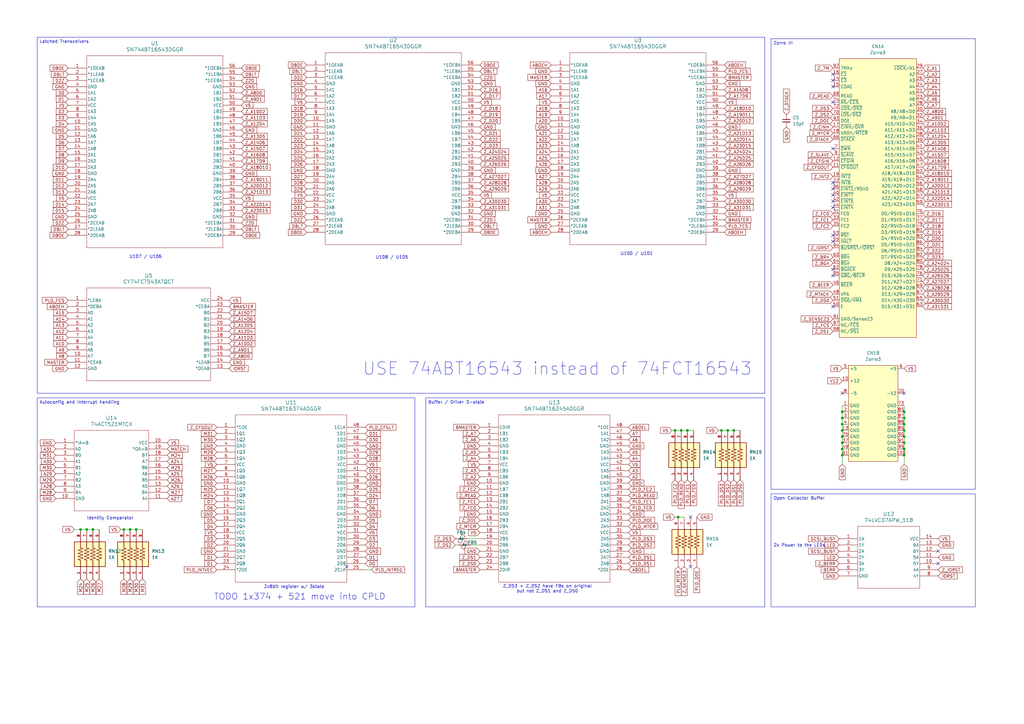
<source format=kicad_sch>
(kicad_sch (version 20250114) (generator "eeschema") (generator_version "9.0")
  (paper "A3")
  (text "USE 74ABT16543 instead of 74FCT16543" (at 228.6 151.384 0) (effects (font (size 5.08 5.08))))
  (text "Z_DS3 + Z_DS2 have FBs on original\nbut not Z_DS1 and Z_DS0" (at 224.536 241.554 0) (effects (font (size 1.27 1.27))))
  (text "TODO 1x374 + 521 move into CPLD" (at 122.936 244.856 0) (effects (font (size 2.54 2.54))))
  (text "U100 / U101\n" (at 261.112 104.14 0) (effects (font (size 1.27 1.27))))
  (text "Identity Comparator" (at 45.212 212.598 0) (effects (font (size 1.27 1.27))))
  (text "U107 / U106" (at 59.69 105.41 0) (effects (font (size 1.27 1.27))))
  (text "2x Power to the LEDs." (at 328.168 223.774 0) (effects (font (size 1.27 1.27))))
  (text "U108 / U105\n" (at 160.782 105.664 0) (effects (font (size 1.27 1.27))))
  (text "2x8bit register w/ 3state\n" (at 120.65 240.792 0) (effects (font (size 1.27 1.27))))
  (text_box "Buffer / Driver 3-state\n" (at 174.625 163.195 0) (size 139.065 85.725) (margins 0.9525 0.9525 0.9525 0.9525) (effects (font (size 1.27 1.27)) (justify left top)))
  (text_box "Latched Transceivers" (at 15.24 15.24 0) (size 298.45 146.05) (margins 0.9525 0.9525 0.9525 0.9525) (effects (font (size 1.27 1.27)) (justify left top)))
  (text_box "Open Collector Buffer\n" (at 316.23 202.565 0) (size 83.82 46.355) (margins 0.9525 0.9525 0.9525 0.9525) (effects (font (size 1.27 1.27)) (justify left top)))
  (text_box "Autoconfig and Interrupt handling" (at 15.24 163.195 0) (size 154.94 85.725) (margins 0.9525 0.9525 0.9525 0.9525) (effects (font (size 1.27 1.27)) (justify left top)))
  (text_box "Zorro III" (at 316.23 15.875 0) (size 83.82 184.785) (margins 0.9525 0.9525 0.9525 0.9525) (effects (font (size 1.27 1.27)) (justify left top)))
  (junction (at 345.44 186.69))
  (junction (at 281.94 176.53))
  (junction (at 278.13 212.09))
  (junction (at 345.44 179.07))
  (junction (at 300.99 176.53))
  (junction (at 53.34 217.17))
  (junction (at 295.91 176.53))
  (junction (at 33.02 217.17))
  (junction (at 370.84 179.07))
  (junction (at 55.88 217.17))
  (junction (at 370.84 168.91))
  (junction (at 276.86 176.53))
  (junction (at 35.56 217.17))
  (junction (at 370.84 186.69))
  (junction (at 370.84 176.53))
  (junction (at 345.44 171.45))
  (junction (at 345.44 173.99))
  (junction (at 345.44 184.15))
  (junction (at 370.84 173.99))
  (junction (at 345.44 176.53))
  (junction (at 370.84 181.61))
  (junction (at 38.1 217.17))
  (junction (at 345.44 168.91))
  (junction (at 370.84 171.45))
  (junction (at 298.45 176.53))
  (junction (at 279.4 176.53))
  (junction (at 345.44 181.61))
  (junction (at 50.8 217.17))
  (junction (at 370.84 184.15))
  (no_connect (at 341.63 80.01))
  (no_connect (at 370.84 161.29))
  (no_connect (at 341.63 60.96))
  (no_connect (at 384.81 231.14))
  (no_connect (at 341.63 85.09))
  (no_connect (at 341.63 35.56))
  (no_connect (at 341.63 41.91))
  (no_connect (at 341.63 96.52))
  (no_connect (at 341.63 74.93))
  (no_connect (at 341.63 125.73))
  (no_connect (at 142.24 232.41))
  (no_connect (at 341.63 33.02))
  (no_connect (at 384.81 226.06))
  (no_connect (at 341.63 99.06))
  (no_connect (at 283.21 212.09))
  (no_connect (at 283.21 232.41))
  (no_connect (at 341.63 77.47))
  (no_connect (at 341.63 30.48))
  (no_connect (at 341.63 110.49))
  (no_connect (at 341.63 82.55))
  (no_connect (at 345.44 161.29))
  (no_connect (at 341.63 113.03))
  (wire (pts (xy 345.44 171.45) (xy 345.44 173.99)))
  (wire (pts (xy 370.84 186.69) (xy 370.84 190.5)))
  (wire (pts (xy 345.44 184.15) (xy 345.44 186.69)))
  (wire (pts (xy 55.88 217.17) (xy 58.42 217.17)))
  (wire (pts (xy 276.86 176.53) (xy 279.4 176.53)))
  (wire (pts (xy 370.84 184.15) (xy 370.84 186.69)))
  (wire (pts (xy 345.44 176.53) (xy 345.44 179.07)))
  (wire (pts (xy 279.4 176.53) (xy 281.94 176.53)))
  (wire (pts (xy 295.91 176.53) (xy 298.45 176.53)))
  (wire (pts (xy 275.59 176.53) (xy 276.86 176.53)))
  (wire (pts (xy 370.84 166.37) (xy 370.84 168.91)))
  (wire (pts (xy 38.1 217.17) (xy 40.64 217.17)))
  (wire (pts (xy 50.8 217.17) (xy 53.34 217.17)))
  (wire (pts (xy 281.94 176.53) (xy 284.48 176.53)))
  (wire (pts (xy 345.44 173.99) (xy 345.44 176.53)))
  (wire (pts (xy 370.84 173.99) (xy 370.84 176.53)))
  (wire (pts (xy 33.02 217.17) (xy 35.56 217.17)))
  (wire (pts (xy 345.44 179.07) (xy 345.44 181.61)))
  (wire (pts (xy 298.45 176.53) (xy 300.99 176.53)))
  (wire (pts (xy 276.86 212.09) (xy 278.13 212.09)))
  (wire (pts (xy 300.99 176.53) (xy 303.53 176.53)))
  (wire (pts (xy 370.84 176.53) (xy 370.84 179.07)))
  (wire (pts (xy 370.84 171.45) (xy 370.84 173.99)))
  (wire (pts (xy 345.44 186.69) (xy 345.44 190.5)))
  (wire (pts (xy 149.86 233.68) (xy 152.4 233.68)))
  (wire (pts (xy 193.04 223.52) (xy 196.85 223.52)))
  (wire (pts (xy 35.56 217.17) (xy 38.1 217.17)))
  (wire (pts (xy 49.53 217.17) (xy 50.8 217.17)))
  (wire (pts (xy 186.69 223.52) (xy 187.96 223.52)))
  (wire (pts (xy 345.44 168.91) (xy 345.44 171.45)))
  (wire (pts (xy 370.84 179.07) (xy 370.84 181.61)))
  (wire (pts (xy 370.84 181.61) (xy 370.84 184.15)))
  (wire (pts (xy 30.48 217.17) (xy 33.02 217.17)))
  (wire (pts (xy 294.64 176.53) (xy 295.91 176.53)))
  (wire (pts (xy 345.44 181.61) (xy 345.44 184.15)))
  (wire (pts (xy 370.84 168.91) (xy 370.84 171.45)))
  (wire (pts (xy 278.13 212.09) (xy 280.67 212.09)))
  (wire (pts (xy 191.77 220.98) (xy 196.85 220.98)))
  (wire (pts (xy 345.44 166.37) (xy 345.44 168.91)))
  (wire (pts (xy 53.34 217.17) (xy 55.88 217.17)))
  (global_label "M30" (shape input) (at 55.88 237.49 270) (property "Intersheetrefs" "${INTERSHEET_REFS}" (effects (hide yes))))
  (global_label "D7" (shape input) (at 27.94 60.96 180) (property "Intersheetrefs" "${INTERSHEET_REFS}" (effects (hide yes))))
  (global_label "Z_DOE" (shape input) (at 341.63 49.53 180) (property "Intersheetrefs" "${INTERSHEET_REFS}" (effects (hide yes))))
  (global_label "Z_A11D3" (shape input) (at 93.98 138.43 0) (property "Intersheetrefs" "${INTERSHEET_REFS}" (effects (hide yes))))
  (global_label "ABOEH" (shape input) (at 297.18 26.67 0) (property "Intersheetrefs" "${INTERSHEET_REFS}" (effects (hide yes))))
  (global_label "Z_A21D13" (shape input) (at 378.46 78.74 0) (property "Intersheetrefs" "${INTERSHEET_REFS}" (effects (hide yes))))
  (global_label "M25" (shape input) (at 35.56 237.49 270) (property "Intersheetrefs" "${INTERSHEET_REFS}" (effects (hide yes))))
  (global_label "D23" (shape input) (at 125.73 59.69 180) (property "Intersheetrefs" "${INTERSHEET_REFS}" (effects (hide yes))))
  (global_label "M28" (shape input) (at 88.9 187.96 180) (property "Intersheetrefs" "${INTERSHEET_REFS}" (effects (hide yes))))
  (global_label "D20" (shape input) (at 125.73 49.53 180) (property "Intersheetrefs" "${INTERSHEET_REFS}" (effects (hide yes))))
  (global_label "PLD_DS2" (shape input) (at 257.81 223.52 0) (property "Intersheetrefs" "${INTERSHEET_REFS}" (effects (hide yes))))
  (global_label "GND" (shape input) (at 384.81 228.6 0) (property "Intersheetrefs" "${INTERSHEET_REFS}" (effects (hide yes))))
  (global_label "Z_A18D10" (shape input) (at 99.06 68.58 0) (property "Intersheetrefs" "${INTERSHEET_REFS}" (effects (hide yes))))
  (global_label "D7" (shape input) (at 149.86 205.74 0) (property "Intersheetrefs" "${INTERSHEET_REFS}" (effects (hide yes))))
  (global_label "V5" (shape input) (at 49.53 217.17 180) (property "Intersheetrefs" "${INTERSHEET_REFS}" (effects (hide yes))))
  (global_label "Z_A30D30" (shape input) (at 378.46 123.19 0) (property "Intersheetrefs" "${INTERSHEET_REFS}" (effects (hide yes))))
  (global_label "GND" (shape input) (at 196.85 87.63 0) (property "Intersheetrefs" "${INTERSHEET_REFS}" (effects (hide yes))))
  (global_label "PLD_DS1" (shape input) (at 257.81 228.6 0) (property "Intersheetrefs" "${INTERSHEET_REFS}" (effects (hide yes))))
  (global_label "D1" (shape input) (at 88.9 228.6 180) (property "Intersheetrefs" "${INTERSHEET_REFS}" (effects (hide yes))))
  (global_label "M31" (shape input) (at 58.42 237.49 270) (property "Intersheetrefs" "${INTERSHEET_REFS}" (effects (hide yes))))
  (global_label "MASTER" (shape input) (at 226.06 31.75 180) (property "Intersheetrefs" "${INTERSHEET_REFS}" (effects (hide yes))))
  (global_label "Z2D" (shape input) (at 196.85 31.75 0) (property "Intersheetrefs" "${INTERSHEET_REFS}" (effects (hide yes))))
  (global_label "Z_A8D0" (shape input) (at 93.98 146.05 0) (property "Intersheetrefs" "${INTERSHEET_REFS}" (effects (hide yes))))
  (global_label "V5" (shape input) (at 27.94 43.18 180) (property "Intersheetrefs" "${INTERSHEET_REFS}" (effects (hide yes))))
  (global_label "D10" (shape input) (at 27.94 68.58 180) (property "Intersheetrefs" "${INTERSHEET_REFS}" (effects (hide yes))))
  (global_label "GND" (shape input) (at 226.06 29.21 180) (property "Intersheetrefs" "${INTERSHEET_REFS}" (effects (hide yes))))
  (global_label "Z_D23" (shape input) (at 196.85 59.69 0) (property "Intersheetrefs" "${INTERSHEET_REFS}" (effects (hide yes))))
  (global_label "LED" (shape input) (at 344.17 223.52 180) (property "Intersheetrefs" "${INTERSHEET_REFS}" (effects (hide yes))))
  (global_label "D24" (shape input) (at 125.73 62.23 180) (property "Intersheetrefs" "${INTERSHEET_REFS}" (effects (hide yes))))
  (global_label "GND" (shape input) (at 297.18 52.07 0) (property "Intersheetrefs" "${INTERSHEET_REFS}" (effects (hide yes))))
  (global_label "Z_A22D14" (shape input) (at 378.46 81.28 0) (property "Intersheetrefs" "${INTERSHEET_REFS}" (effects (hide yes))))
  (global_label "D27" (shape input) (at 125.73 72.39 180) (property "Intersheetrefs" "${INTERSHEET_REFS}" (effects (hide yes))))
  (global_label "PLD_FC1" (shape input) (at 257.81 205.74 0) (property "Intersheetrefs" "${INTERSHEET_REFS}" (effects (hide yes))))
  (global_label "A25" (shape input) (at 68.58 194.31 0) (property "Intersheetrefs" "${INTERSHEET_REFS}" (effects (hide yes))))
  (global_label "Z_A19D11" (shape input) (at 297.18 46.99 0) (property "Intersheetrefs" "${INTERSHEET_REFS}" (effects (hide yes))))
  (global_label "D12" (shape input) (at 27.94 76.2 180) (property "Intersheetrefs" "${INTERSHEET_REFS}" (effects (hide yes))))
  (global_label "D31" (shape input) (at 149.86 177.8 0) (property "Intersheetrefs" "${INTERSHEET_REFS}" (effects (hide yes))))
  (global_label "V5" (shape input) (at 196.85 190.5 180) (property "Intersheetrefs" "${INTERSHEET_REFS}" (effects (hide yes))))
  (global_label "A27" (shape input) (at 68.58 204.47 0) (property "Intersheetrefs" "${INTERSHEET_REFS}" (effects (hide yes))))
  (global_label "Z_A26D26" (shape input) (at 297.18 67.31 0) (property "Intersheetrefs" "${INTERSHEET_REFS}" (effects (hide yes))))
  (global_label "D1" (shape input) (at 149.86 228.6 0) (property "Intersheetrefs" "${INTERSHEET_REFS}" (effects (hide yes))))
  (global_label "V5" (shape input) (at 345.44 151.13 180) (property "Intersheetrefs" "${INTERSHEET_REFS}" (effects (hide yes))))
  (global_label "V5" (shape input) (at 149.86 218.44 0) (property "Intersheetrefs" "${INTERSHEET_REFS}" (effects (hide yes))))
  (global_label "D29" (shape input) (at 149.86 185.42 0) (property "Intersheetrefs" "${INTERSHEET_REFS}" (effects (hide yes))))
  (global_label "Z_CINH" (shape input) (at 341.63 52.07 180) (property "Intersheetrefs" "${INTERSHEET_REFS}" (effects (hide yes))))
  (global_label "DBOE" (shape input) (at 99.06 27.94 0) (property "Intersheetrefs" "${INTERSHEET_REFS}" (effects (hide yes))))
  (global_label "Z_A17D9" (shape input) (at 297.18 39.37 0) (property "Intersheetrefs" "${INTERSHEET_REFS}" (effects (hide yes))))
  (global_label "Z_A30D30" (shape input) (at 196.85 82.55 0) (property "Intersheetrefs" "${INTERSHEET_REFS}" (effects (hide yes))))
  (global_label "Z_A18D10" (shape input) (at 297.18 44.45 0) (property "Intersheetrefs" "${INTERSHEET_REFS}" (effects (hide yes))))
  (global_label "PLD_MTCR" (shape input) (at 278.13 232.41 270) (property "Intersheetrefs" "${INTERSHEET_REFS}" (effects (hide yes))))
  (global_label "Z_MTCR" (shape input) (at 341.63 54.61 180) (property "Intersheetrefs" "${INTERSHEET_REFS}" (effects (hide yes))))
  (global_label "A20" (shape input) (at 226.06 49.53 180) (property "Intersheetrefs" "${INTERSHEET_REFS}" (effects (hide yes))))
  (global_label "Z_D22" (shape input) (at 378.46 102.87 0) (property "Intersheetrefs" "${INTERSHEET_REFS}" (effects (hide yes))))
  (global_label "DBLT" (shape input) (at 99.06 30.48 0) (property "Intersheetrefs" "${INTERSHEET_REFS}" (effects (hide yes))))
  (global_label "V5" (shape input) (at 99.06 43.18 0) (property "Intersheetrefs" "${INTERSHEET_REFS}" (effects (hide yes))))
  (global_label "GND" (shape input) (at 27.94 53.34 180) (property "Intersheetrefs" "${INTERSHEET_REFS}" (effects (hide yes))))
  (global_label "DBOE" (shape input) (at 196.85 26.67 0) (property "Intersheetrefs" "${INTERSHEET_REFS}" (effects (hide yes))))
  (global_label "Z_A28D28" (shape input) (at 378.46 118.11 0) (property "Intersheetrefs" "${INTERSHEET_REFS}" (effects (hide yes))))
  (global_label "Z_A13D5" (shape input) (at 93.98 133.35 0) (property "Intersheetrefs" "${INTERSHEET_REFS}" (effects (hide yes))))
  (global_label "Z_D16" (shape input) (at 196.85 36.83 0) (property "Intersheetrefs" "${INTERSHEET_REFS}" (effects (hide yes))))
  (global_label "Z_A6" (shape input) (at 196.85 180.34 180) (property "Intersheetrefs" "${INTERSHEET_REFS}" (effects (hide yes))))
  (global_label "M29" (shape input) (at 53.34 237.49 270) (property "Intersheetrefs" "${INTERSHEET_REFS}" (effects (hide yes))))
  (global_label "Z_FC2" (shape input) (at 341.63 92.71 180) (property "Intersheetrefs" "${INTERSHEET_REFS}" (effects (hide yes))))
  (global_label "Z_A2" (shape input) (at 196.85 195.58 180) (property "Intersheetrefs" "${INTERSHEET_REFS}" (effects (hide yes))))
  (global_label "A24" (shape input) (at 226.06 62.23 180) (property "Intersheetrefs" "${INTERSHEET_REFS}" (effects (hide yes))))
  (global_label "D30" (shape input) (at 125.73 82.55 180) (property "Intersheetrefs" "${INTERSHEET_REFS}" (effects (hide yes))))
  (global_label "Z_A24D24" (shape input) (at 297.18 62.23 0) (property "Intersheetrefs" "${INTERSHEET_REFS}" (effects (hide yes))))
  (global_label "Z_A15D7" (shape input) (at 93.98 128.27 0) (property "Intersheetrefs" "${INTERSHEET_REFS}" (effects (hide yes))))
  (global_label "Z_MTACK" (shape input) (at 341.63 120.65 180) (property "Intersheetrefs" "${INTERSHEET_REFS}" (effects (hide yes))))
  (global_label "A16" (shape input) (at 226.06 36.83 180) (property "Intersheetrefs" "${INTERSHEET_REFS}" (effects (hide yes))))
  (global_label "MASTER" (shape input) (at 27.94 148.59 180) (property "Intersheetrefs" "${INTERSHEET_REFS}" (effects (hide yes))))
  (global_label "Z_D22" (shape input) (at 196.85 57.15 0) (property "Intersheetrefs" "${INTERSHEET_REFS}" (effects (hide yes))))
  (global_label "GND" (shape input) (at 22.86 204.47 180) (property "Intersheetrefs" "${INTERSHEET_REFS}" (effects (hide yes))))
  (global_label "Z_A22D14" (shape input) (at 297.18 57.15 0) (property "Intersheetrefs" "${INTERSHEET_REFS}" (effects (hide yes))))
  (global_label "Z_DS2" (shape input) (at 186.69 223.52 180) (property "Intersheetrefs" "${INTERSHEET_REFS}" (effects (hide yes))))
  (global_label "V5" (shape input) (at 68.58 181.61 0) (property "Intersheetrefs" "${INTERSHEET_REFS}" (effects (hide yes))))
  (global_label "M29" (shape input) (at 22.86 196.85 180) (property "Intersheetrefs" "${INTERSHEET_REFS}" (effects (hide yes))))
  (global_label "D24" (shape input) (at 149.86 203.2 0) (property "Intersheetrefs" "${INTERSHEET_REFS}" (effects (hide yes))))
  (global_label "PLD_READ" (shape input) (at 279.4 196.85 270) (property "Intersheetrefs" "${INTERSHEET_REFS}" (effects (hide yes))))
  (global_label "PLD_DS0" (shape input) (at 303.53 196.85 270) (property "Intersheetrefs" "${INTERSHEET_REFS}" (effects (hide yes))))
  (global_label "Z_CFGIN" (shape input) (at 341.63 66.04 180) (property "Intersheetrefs" "${INTERSHEET_REFS}" (effects (hide yes))))
  (global_label "Z_D20" (shape input) (at 378.46 97.79 0) (property "Intersheetrefs" "${INTERSHEET_REFS}" (effects (hide yes))))
  (global_label "D17" (shape input) (at 125.73 39.37 180) (property "Intersheetrefs" "${INTERSHEET_REFS}" (effects (hide yes))))
  (global_label "Z_D18" (shape input) (at 378.46 92.71 0) (property "Intersheetrefs" "${INTERSHEET_REFS}" (effects (hide yes))))
  (global_label "GND" (shape input) (at 149.86 198.12 0) (property "Intersheetrefs" "${INTERSHEET_REFS}" (effects (hide yes))))
  (global_label "GND" (shape input) (at 22.86 181.61 180) (property "Intersheetrefs" "${INTERSHEET_REFS}" (effects (hide yes))))
  (global_label "DBLT" (shape input) (at 99.06 93.98 0) (property "Intersheetrefs" "${INTERSHEET_REFS}" (effects (hide yes))))
  (global_label "A12" (shape input) (at 27.94 135.89 180) (property "Intersheetrefs" "${INTERSHEET_REFS}" (effects (hide yes))))
  (global_label "GND" (shape input) (at 125.73 34.29 180) (property "Intersheetrefs" "${INTERSHEET_REFS}" (effects (hide yes))))
  (global_label "Z_READ" (shape input) (at 341.63 39.37 180) (property "Intersheetrefs" "${INTERSHEET_REFS}" (effects (hide yes))))
  (global_label "Z_A3" (shape input) (at 378.46 33.02 0) (property "Intersheetrefs" "${INTERSHEET_REFS}" (effects (hide yes))))
  (global_label "BMASTER" (shape input) (at 297.18 90.17 0) (property "Intersheetrefs" "${INTERSHEET_REFS}" (effects (hide yes))))
  (global_label "GND" (shape input) (at 196.85 69.85 0) (property "Intersheetrefs" "${INTERSHEET_REFS}" (effects (hide yes))))
  (global_label "DBLT" (shape input) (at 196.85 92.71 0) (property "Intersheetrefs" "${INTERSHEET_REFS}" (effects (hide yes))))
  (global_label "Z_A17D9" (shape input) (at 378.46 68.58 0) (property "Intersheetrefs" "${INTERSHEET_REFS}" (effects (hide yes))))
  (global_label "A28" (shape input) (at 226.06 74.93 180) (property "Intersheetrefs" "${INTERSHEET_REFS}" (effects (hide yes))))
  (global_label "Z_SLAVE" (shape input) (at 341.63 63.5 180) (property "Intersheetrefs" "${INTERSHEET_REFS}" (effects (hide yes))))
  (global_label "V5" (shape input) (at 196.85 41.91 0) (property "Intersheetrefs" "${INTERSHEET_REFS}" (effects (hide yes))))
  (global_label "Z_BEER" (shape input) (at 341.63 116.84 180) (property "Intersheetrefs" "${INTERSHEET_REFS}" (effects (hide yes))))
  (global_label "GND" (shape input) (at 99.06 53.34 0) (property "Intersheetrefs" "${INTERSHEET_REFS}" (effects (hide yes))))
  (global_label "Z_A12D4" (shape input) (at 99.06 50.8 0) (property "Intersheetrefs" "${INTERSHEET_REFS}" (effects (hide yes))))
  (global_label "D14" (shape input) (at 27.94 83.82 180) (property "Intersheetrefs" "${INTERSHEET_REFS}" (effects (hide yes))))
  (global_label "Z_A31D31" (shape input) (at 378.46 125.73 0) (property "Intersheetrefs" "${INTERSHEET_REFS}" (effects (hide yes))))
  (global_label "D2Z" (shape input) (at 27.94 33.02 180) (property "Intersheetrefs" "${INTERSHEET_REFS}" (effects (hide yes))))
  (global_label "ABOEL" (shape input) (at 257.81 233.68 0) (property "Intersheetrefs" "${INTERSHEET_REFS}" (effects (hide yes))))
  (global_label "GND" (shape input) (at 88.9 210.82 180) (property "Intersheetrefs" "${INTERSHEET_REFS}" (effects (hide yes))))
  (global_label "V5" (shape input) (at 257.81 218.44 0) (property "Intersheetrefs" "${INTERSHEET_REFS}" (effects (hide yes))))
  (global_label "M30" (shape input) (at 88.9 180.34 180) (property "Intersheetrefs" "${INTERSHEET_REFS}" (effects (hide yes))))
  (global_label "Z_D19" (shape input) (at 378.46 95.25 0) (property "Intersheetrefs" "${INTERSHEET_REFS}" (effects (hide yes))))
  (global_label "M26" (shape input) (at 38.1 237.49 270) (property "Intersheetrefs" "${INTERSHEET_REFS}" (effects (hide yes))))
  (global_label "D30" (shape input) (at 149.86 180.34 0) (property "Intersheetrefs" "${INTERSHEET_REFS}" (effects (hide yes))))
  (global_label "Z_DS3" (shape input) (at 341.63 44.45 180) (property "Intersheetrefs" "${INTERSHEET_REFS}" (effects (hide yes))))
  (global_label "V5" (shape input) (at 226.06 41.91 180) (property "Intersheetrefs" "${INTERSHEET_REFS}" (effects (hide yes))))
  (global_label "Z_A7" (shape input) (at 196.85 177.8 180) (property "Intersheetrefs" "${INTERSHEET_REFS}" (effects (hide yes))))
  (global_label "Z_A27D27" (shape input) (at 297.18 72.39 0) (property "Intersheetrefs" "${INTERSHEET_REFS}" (effects (hide yes))))
  (global_label "Z_A5" (shape input) (at 196.85 185.42 180) (property "Intersheetrefs" "${INTERSHEET_REFS}" (effects (hide yes))))
  (global_label "Z_A19D11" (shape input) (at 378.46 73.66 0) (property "Intersheetrefs" "${INTERSHEET_REFS}" (effects (hide yes))))
  (global_label "GND" (shape input) (at 285.75 212.09 0) (property "Intersheetrefs" "${INTERSHEET_REFS}" (effects (hide yes))))
  (global_label "PLD_FCS" (shape input) (at 297.18 29.21 0) (property "Intersheetrefs" "${INTERSHEET_REFS}" (effects (hide yes))))
  (global_label "Z_FCS" (shape input) (at 341.63 133.35 180) (property "Intersheetrefs" "${INTERSHEET_REFS}" (effects (hide yes))))
  (global_label "Z_A30D30" (shape input) (at 297.18 82.55 0) (property "Intersheetrefs" "${INTERSHEET_REFS}" (effects (hide yes))))
  (global_label "A26" (shape input) (at 68.58 199.39 0) (property "Intersheetrefs" "${INTERSHEET_REFS}" (effects (hide yes))))
  (global_label "A9" (shape input) (at 27.94 143.51 180) (property "Intersheetrefs" "${INTERSHEET_REFS}" (effects (hide yes))))
  (global_label "Z_D19" (shape input) (at 196.85 46.99 0) (property "Intersheetrefs" "${INTERSHEET_REFS}" (effects (hide yes))))
  (global_label "GND" (shape input) (at 370.84 190.5 270) (property "Intersheetrefs" "${INTERSHEET_REFS}" (effects (hide yes))))
  (global_label "V5" (shape input) (at 297.18 80.01 0) (property "Intersheetrefs" "${INTERSHEET_REFS}" (effects (hide yes))))
  (global_label "Z_A10D2" (shape input) (at 99.06 45.72 0) (property "Intersheetrefs" "${INTERSHEET_REFS}" (effects (hide yes))))
  (global_label "Z_A17D9" (shape input) (at 99.06 66.04 0) (property "Intersheetrefs" "${INTERSHEET_REFS}" (effects (hide yes))))
  (global_label "Z_A21D13" (shape input) (at 99.06 78.74 0) (property "Intersheetrefs" "${INTERSHEET_REFS}" (effects (hide yes))))
  (global_label "D6" (shape input) (at 27.94 58.42 180) (property "Intersheetrefs" "${INTERSHEET_REFS}" (effects (hide yes))))
  (global_label "PLD_FC1" (shape input) (at 281.94 196.85 270) (property "Intersheetrefs" "${INTERSHEET_REFS}" (effects (hide yes))))
  (global_label "GND" (shape input) (at 196.85 198.12 180) (property "Intersheetrefs" "${INTERSHEET_REFS}" (effects (hide yes))))
  (global_label "A29" (shape input) (at 226.06 77.47 180) (property "Intersheetrefs" "${INTERSHEET_REFS}" (effects (hide yes))))
  (global_label "Z_A10D2" (shape input) (at 93.98 140.97 0) (property "Intersheetrefs" "${INTERSHEET_REFS}" (effects (hide yes))))
  (global_label "V5" (shape input) (at 196.85 218.44 180) (property "Intersheetrefs" "${INTERSHEET_REFS}" (effects (hide yes))))
  (global_label "GND" (shape input) (at 88.9 182.88 180) (property "Intersheetrefs" "${INTERSHEET_REFS}" (effects (hide yes))))
  (global_label "Z_A11D3" (shape input) (at 99.06 48.26 0) (property "Intersheetrefs" "${INTERSHEET_REFS}" (effects (hide yes))))
  (global_label "PLD_DOE" (shape input) (at 257.81 213.36 0) (property "Intersheetrefs" "${INTERSHEET_REFS}" (effects (hide yes))))
  (global_label "A4" (shape input) (at 257.81 187.96 0) (property "Intersheetrefs" "${INTERSHEET_REFS}" (effects (hide yes))))
  (global_label "GND" (shape input) (at 257.81 198.12 0) (property "Intersheetrefs" "${INTERSHEET_REFS}" (effects (hide yes))))
  (global_label "GND" (shape input) (at 149.86 182.88 0) (property "Intersheetrefs" "${INTERSHEET_REFS}" (effects (hide yes))))
  (global_label "LED" (shape input) (at 344.17 228.6 180) (property "Intersheetrefs" "${INTERSHEET_REFS}" (effects (hide yes))))
  (global_label "A19" (shape input) (at 226.06 46.99 180) (property "Intersheetrefs" "${INTERSHEET_REFS}" (effects (hide yes))))
  (global_label "M31" (shape input) (at 88.9 177.8 180) (property "Intersheetrefs" "${INTERSHEET_REFS}" (effects (hide yes))))
  (global_label "M26" (shape input) (at 68.58 196.85 0) (property "Intersheetrefs" "${INTERSHEET_REFS}" (effects (hide yes))))
  (global_label "GND" (shape input) (at 27.94 35.56 180) (property "Intersheetrefs" "${INTERSHEET_REFS}" (effects (hide yes))))
  (global_label "A25" (shape input) (at 226.06 64.77 180) (property "Intersheetrefs" "${INTERSHEET_REFS}" (effects (hide yes))))
  (global_label "D21" (shape input) (at 125.73 54.61 180) (property "Intersheetrefs" "${INTERSHEET_REFS}" (effects (hide yes))))
  (global_label "V5" (shape input) (at 125.73 80.01 180) (property "Intersheetrefs" "${INTERSHEET_REFS}" (effects (hide yes))))
  (global_label "PLD_FC2" (shape input) (at 257.81 200.66 0) (property "Intersheetrefs" "${INTERSHEET_REFS}" (effects (hide yes))))
  (global_label "PLD_FC0" (shape input) (at 284.48 196.85 270) (property "Intersheetrefs" "${INTERSHEET_REFS}" (effects (hide yes))))
  (global_label "PLD_DS3" (shape input) (at 295.91 196.85 270) (property "Intersheetrefs" "${INTERSHEET_REFS}" (effects (hide yes))))
  (global_label "D28" (shape input) (at 149.86 187.96 0) (property "Intersheetrefs" "${INTERSHEET_REFS}" (effects (hide yes))))
  (global_label "A2" (shape input) (at 257.81 195.58 0) (property "Intersheetrefs" "${INTERSHEET_REFS}" (effects (hide yes))))
  (global_label "GND" (shape input) (at 93.98 148.59 0) (property "Intersheetrefs" "${INTERSHEET_REFS}" (effects (hide yes))))
  (global_label "Z_A12D4" (shape input) (at 93.98 135.89 0) (property "Intersheetrefs" "${INTERSHEET_REFS}" (effects (hide yes))))
  (global_label "Z_BERR" (shape input) (at 344.17 231.14 180) (property "Intersheetrefs" "${INTERSHEET_REFS}" (effects (hide yes))))
  (global_label "M30" (shape input) (at 22.86 191.77 180) (property "Intersheetrefs" "${INTERSHEET_REFS}" (effects (hide yes))))
  (global_label "GND" (shape input) (at 149.86 226.06 0) (property "Intersheetrefs" "${INTERSHEET_REFS}" (effects (hide yes))))
  (global_label "A29" (shape input) (at 22.86 194.31 180) (property "Intersheetrefs" "${INTERSHEET_REFS}" (effects (hide yes))))
  (global_label "ABOEL" (shape input) (at 257.81 175.26 0) (property "Intersheetrefs" "${INTERSHEET_REFS}" (effects (hide yes))))
  (global_label "D2" (shape input) (at 27.94 45.72 180) (property "Intersheetrefs" "${INTERSHEET_REFS}" (effects (hide yes))))
  (global_label "Z_A9D1" (shape input) (at 378.46 48.26 0) (property "Intersheetrefs" "${INTERSHEET_REFS}" (effects (hide yes))))
  (global_label "D19" (shape input) (at 125.73 46.99 180) (property "Intersheetrefs" "${INTERSHEET_REFS}" (effects (hide yes))))
  (global_label "Z_A14D6" (shape input) (at 378.46 60.96 0) (property "Intersheetrefs" "${INTERSHEET_REFS}" (effects (hide yes))))
  (global_label "PLD_DS3" (shape input) (at 257.81 220.98 0) (property "Intersheetrefs" "${INTERSHEET_REFS}" (effects (hide yes))))
  (global_label "Z_DS0" (shape input) (at 341.63 123.19 180) (property "Intersheetrefs" "${INTERSHEET_REFS}" (effects (hide yes))))
  (global_label "Z_A13D5" (shape input) (at 99.06 55.88 0) (property "Intersheetrefs" "${INTERSHEET_REFS}" (effects (hide yes))))
  (global_label "A6" (shape input) (at 257.81 180.34 0) (property "Intersheetrefs" "${INTERSHEET_REFS}" (effects (hide yes))))
  (global_label "D4" (shape input) (at 88.9 215.9 180) (property "Intersheetrefs" "${INTERSHEET_REFS}" (effects (hide yes))))
  (global_label "M24" (shape input) (at 68.58 186.69 0) (property "Intersheetrefs" "${INTERSHEET_REFS}" (effects (hide yes))))
  (global_label "Z_7M" (shape input) (at 341.63 27.94 180) (property "Intersheetrefs" "${INTERSHEET_REFS}" (effects (hide yes))))
  (global_label "Z_D23" (shape input) (at 378.46 105.41 0) (property "Intersheetrefs" "${INTERSHEET_REFS}" (effects (hide yes))))
  (global_label "Z_READ" (shape input) (at 196.85 203.2 180) (property "Intersheetrefs" "${INTERSHEET_REFS}" (effects (hide yes))))
  (global_label "D29" (shape input) (at 125.73 77.47 180) (property "Intersheetrefs" "${INTERSHEET_REFS}" (effects (hide yes))))
  (global_label "DBLT" (shape input) (at 125.73 29.21 180) (property "Intersheetrefs" "${INTERSHEET_REFS}" (effects (hide yes))))
  (global_label "PLD_MTCR" (shape input) (at 257.81 215.9 0) (property "Intersheetrefs" "${INTERSHEET_REFS}" (effects (hide yes))))
  (global_label "V5" (shape input) (at 99.06 81.28 0) (property "Intersheetrefs" "${INTERSHEET_REFS}" (effects (hide yes))))
  (global_label "GND" (shape input) (at 257.81 226.06 0) (property "Intersheetrefs" "${INTERSHEET_REFS}" (effects (hide yes))))
  (global_label "PLD_DS1" (shape input) (at 257.81 231.14 0) (property "Intersheetrefs" "${INTERSHEET_REFS}" (effects (hide yes))))
  (global_label "DBLT" (shape input) (at 27.94 30.48 180) (property "Intersheetrefs" "${INTERSHEET_REFS}" (effects (hide yes))))
  (global_label "IORST" (shape input) (at 93.98 151.13 0) (property "Intersheetrefs" "${INTERSHEET_REFS}" (effects (hide yes))))
  (global_label "Z_A6" (shape input) (at 378.46 40.64 0) (property "Intersheetrefs" "${INTERSHEET_REFS}" (effects (hide yes))))
  (global_label "GND" (shape input) (at 257.81 210.82 0) (property "Intersheetrefs" "${INTERSHEET_REFS}" (effects (hide yes))))
  (global_label "BMASTER" (shape input) (at 196.85 175.26 180) (property "Intersheetrefs" "${INTERSHEET_REFS}" (effects (hide yes))))
  (global_label "GND" (shape input) (at 196.85 210.82 180) (property "Intersheetrefs" "${INTERSHEET_REFS}" (effects (hide yes))))
  (global_label "GND" (shape input) (at 125.73 69.85 180) (property "Intersheetrefs" "${INTERSHEET_REFS}" (effects (hide yes))))
  (global_label "M24" (shape input) (at 33.02 237.49 270) (property "Intersheetrefs" "${INTERSHEET_REFS}" (effects (hide yes))))
  (global_label "Z_A10D2" (shape input) (at 378.46 50.8 0) (property "Intersheetrefs" "${INTERSHEET_REFS}" (effects (hide yes))))
  (global_label "D2Z" (shape input) (at 125.73 31.75 180) (property "Intersheetrefs" "${INTERSHEET_REFS}" (effects (hide yes))))
  (global_label "Z_A1" (shape input) (at 378.46 27.94 0) (property "Intersheetrefs" "${INTERSHEET_REFS}" (effects (hide yes))))
  (global_label "D26" (shape input) (at 149.86 195.58 0) (property "Intersheetrefs" "${INTERSHEET_REFS}" (effects (hide yes))))
  (global_label "M27" (shape input) (at 88.9 193.04 180) (property "Intersheetrefs" "${INTERSHEET_REFS}" (effects (hide yes))))
  (global_label "Z_BGn" (shape input) (at 341.63 107.95 180) (property "Intersheetrefs" "${INTERSHEET_REFS}" (effects (hide yes))))
  (global_label "Z_A8D0" (shape input) (at 99.06 38.1 0) (property "Intersheetrefs" "${INTERSHEET_REFS}" (effects (hide yes))))
  (global_label "Z_A29D29" (shape input) (at 378.46 120.65 0) (property "Intersheetrefs" "${INTERSHEET_REFS}" (effects (hide yes))))
  (global_label "Z_A29D29" (shape input) (at 297.18 77.47 0) (property "Intersheetrefs" "${INTERSHEET_REFS}" (effects (hide yes))))
  (global_label "V5" (shape input) (at 384.81 220.98 0) (property "Intersheetrefs" "${INTERSHEET_REFS}" (effects (hide yes))))
  (global_label "D8" (shape input) (at 27.94 63.5 180) (property "Intersheetrefs" "${INTERSHEET_REFS}" (effects (hide yes))))
  (global_label "A11" (shape input) (at 27.94 138.43 180) (property "Intersheetrefs" "${INTERSHEET_REFS}" (effects (hide yes))))
  (global_label "M29" (shape input) (at 88.9 185.42 180) (property "Intersheetrefs" "${INTERSHEET_REFS}" (effects (hide yes))))
  (global_label "V5" (shape input) (at 88.9 218.44 180) (property "Intersheetrefs" "${INTERSHEET_REFS}" (effects (hide yes))))
  (global_label "Z_DS3" (shape input) (at 186.69 220.98 180) (property "Intersheetrefs" "${INTERSHEET_REFS}" (effects (hide yes))))
  (global_label "DBOE" (shape input) (at 99.06 96.52 0) (property "Intersheetrefs" "${INTERSHEET_REFS}" (effects (hide yes))))
  (global_label "D7" (shape input) (at 88.9 205.74 180) (property "Intersheetrefs" "${INTERSHEET_REFS}" (effects (hide yes))))
  (global_label "PLD_FC0" (shape input) (at 257.81 208.28 0) (property "Intersheetrefs" "${INTERSHEET_REFS}" (effects (hide yes))))
  (global_label "GND" (shape input) (at 345.44 190.5 270) (property "Intersheetrefs" "${INTERSHEET_REFS}" (effects (hide yes))))
  (global_label "Z_A23D15" (shape input) (at 297.18 59.69 0) (property "Intersheetrefs" "${INTERSHEET_REFS}" (effects (hide yes))))
  (global_label "D2Z" (shape input) (at 125.73 90.17 180) (property "Intersheetrefs" "${INTERSHEET_REFS}" (effects (hide yes))))
  (global_label "DBOE" (shape input) (at 27.94 96.52 180) (property "Intersheetrefs" "${INTERSHEET_REFS}" (effects (hide yes))))
  (global_label "A31" (shape input) (at 226.06 85.09 180) (property "Intersheetrefs" "${INTERSHEET_REFS}" (effects (hide yes))))
  (global_label "Z_A12D4" (shape input) (at 378.46 55.88 0) (property "Intersheetrefs" "${INTERSHEET_REFS}" (effects (hide yes))))
  (global_label "Z_A3" (shape input) (at 196.85 193.04 180) (property "Intersheetrefs" "${INTERSHEET_REFS}" (effects (hide yes))))
  (global_label "V5" (shape input) (at 294.64 176.53 180) (property "Intersheetrefs" "${INTERSHEET_REFS}" (effects (hide yes))))
  (global_label "Z_D21" (shape input) (at 378.46 100.33 0) (property "Intersheetrefs" "${INTERSHEET_REFS}" (effects (hide yes))))
  (global_label "M28" (shape input) (at 50.8 237.49 270) (property "Intersheetrefs" "${INTERSHEET_REFS}" (effects (hide yes))))
  (global_label "ABOEH" (shape input) (at 27.94 125.73 180) (property "Intersheetrefs" "${INTERSHEET_REFS}" (effects (hide yes))))
  (global_label "GND" (shape input) (at 384.81 223.52 0) (property "Intersheetrefs" "${INTERSHEET_REFS}" (effects (hide yes))))
  (global_label "Z_A31D31" (shape input) (at 196.85 85.09 0) (property "Intersheetrefs" "${INTERSHEET_REFS}" (effects (hide yes))))
  (global_label "DBOE" (shape input) (at 125.73 26.67 180) (property "Intersheetrefs" "${INTERSHEET_REFS}" (effects (hide yes))))
  (global_label "Z_A24D24" (shape input) (at 196.85 62.23 0) (property "Intersheetrefs" "${INTERSHEET_REFS}" (effects (hide yes))))
  (global_label "Z_D21" (shape input) (at 196.85 54.61 0) (property "Intersheetrefs" "${INTERSHEET_REFS}" (effects (hide yes))))
  (global_label "A30" (shape input) (at 22.86 189.23 180) (property "Intersheetrefs" "${INTERSHEET_REFS}" (effects (hide yes))))
  (global_label "D5" (shape input) (at 149.86 213.36 0) (property "Intersheetrefs" "${INTERSHEET_REFS}" (effects (hide yes))))
  (global_label "DBLT" (shape input) (at 125.73 92.71 180) (property "Intersheetrefs" "${INTERSHEET_REFS}" (effects (hide yes))))
  (global_label "GND" (shape input) (at 297.18 34.29 0) (property "Intersheetrefs" "${INTERSHEET_REFS}" (effects (hide yes))))
  (global_label "DBOE" (shape input) (at 27.94 27.94 180) (property "Intersheetrefs" "${INTERSHEET_REFS}" (effects (hide yes))))
  (global_label "GND" (shape input) (at 99.06 71.12 0) (property "Intersheetrefs" "${INTERSHEET_REFS}" (effects (hide yes))))
  (global_label "Z_A25D25" (shape input) (at 297.18 64.77 0) (property "Intersheetrefs" "${INTERSHEET_REFS}" (effects (hide yes))))
  (global_label "GND" (shape input) (at 125.73 52.07 180) (property "Intersheetrefs" "${INTERSHEET_REFS}" (effects (hide yes))))
  (global_label "GND" (shape input) (at 226.06 34.29 180) (property "Intersheetrefs" "${INTERSHEET_REFS}" (effects (hide yes))))
  (global_label "GND" (shape input) (at 344.17 236.22 180) (property "Intersheetrefs" "${INTERSHEET_REFS}" (effects (hide yes))))
  (global_label "D27" (shape input) (at 149.86 193.04 0) (property "Intersheetrefs" "${INTERSHEET_REFS}" (effects (hide yes))))
  (global_label "A14" (shape input) (at 27.94 130.81 180) (property "Intersheetrefs" "${INTERSHEET_REFS}" (effects (hide yes))))
  (global_label "D3" (shape input) (at 88.9 220.98 180) (property "Intersheetrefs" "${INTERSHEET_REFS}" (effects (hide yes))))
  (global_label "D5" (shape input) (at 27.94 55.88 180) (property "Intersheetrefs" "${INTERSHEET_REFS}" (effects (hide yes))))
  (global_label "A21" (shape input) (at 226.06 54.61 180) (property "Intersheetrefs" "${INTERSHEET_REFS}" (effects (hide yes))))
  (global_label "PLD_FCS" (shape input) (at 27.94 123.19 180) (property "Intersheetrefs" "${INTERSHEET_REFS}" (effects (hide yes))))
  (global_label "GND" (shape input) (at 99.06 35.56 0) (property "Intersheetrefs" "${INTERSHEET_REFS}" (effects (hide yes))))
  (global_label "Z_A8D0" (shape input) (at 378.46 45.72 0) (property "Intersheetrefs" "${INTERSHEET_REFS}" (effects (hide yes))))
  (global_label "GND" (shape input) (at 257.81 182.88 0) (property "Intersheetrefs" "${INTERSHEET_REFS}" (effects (hide yes))))
  (global_label "Z_CFGOUT" (shape input) (at 88.9 175.26 180) (property "Intersheetrefs" "${INTERSHEET_REFS}" (effects (hide yes))))
  (global_label "M28" (shape input) (at 22.86 201.93 180) (property "Intersheetrefs" "${INTERSHEET_REFS}" (effects (hide yes))))
  (global_label "A13" (shape input) (at 27.94 133.35 180) (property "Intersheetrefs" "${INTERSHEET_REFS}" (effects (hide yes))))
  (global_label "Z_A9D1" (shape input) (at 93.98 143.51 0) (property "Intersheetrefs" "${INTERSHEET_REFS}" (effects (hide yes))))
  (global_label "GND" (shape input) (at 226.06 52.07 180) (property "Intersheetrefs" "${INTERSHEET_REFS}" (effects (hide yes))))
  (global_label "GND" (shape input) (at 297.18 87.63 0) (property "Intersheetrefs" "${INTERSHEET_REFS}" (effects (hide yes))))
  (global_label "Z_A21D13" (shape input) (at 297.18 54.61 0) (property "Intersheetrefs" "${INTERSHEET_REFS}" (effects (hide yes))))
  (global_label "GND" (shape input) (at 226.06 92.71 180) (property "Intersheetrefs" "${INTERSHEET_REFS}" (effects (hide yes))))
  (global_label "A31" (shape input) (at 22.86 184.15 180) (property "Intersheetrefs" "${INTERSHEET_REFS}" (effects (hide yes))))
  (global_label "GND" (shape input) (at 149.86 210.82 0) (property "Intersheetrefs" "${INTERSHEET_REFS}" (effects (hide yes))))
  (global_label "A15" (shape input) (at 27.94 128.27 180) (property "Intersheetrefs" "${INTERSHEET_REFS}" (effects (hide yes))))
  (global_label "Z_SENSE3" (shape input) (at 280.67 232.41 270) (property "Intersheetrefs" "${INTERSHEET_REFS}" (effects (hide yes))))
  (global_label "V5" (shape input) (at 125.73 41.91 180) (property "Intersheetrefs" "${INTERSHEET_REFS}" (effects (hide yes))))
  (global_label "Z_DOE" (shape input) (at 196.85 213.36 180) (property "Intersheetrefs" "${INTERSHEET_REFS}" (effects (hide yes))))
  (global_label "V5" (shape input) (at 149.86 190.5 0) (property "Intersheetrefs" "${INTERSHEET_REFS}" (effects (hide yes))))
  (global_label "Z_FC0" (shape input) (at 341.63 87.63 180) (property "Intersheetrefs" "${INTERSHEET_REFS}" (effects (hide yes))))
  (global_label "PLD_FCS" (shape input) (at 297.18 92.71 0) (property "Intersheetrefs" "${INTERSHEET_REFS}" (effects (hide yes))))
  (global_label "D25" (shape input) (at 125.73 64.77 180) (property "Intersheetrefs" "${INTERSHEET_REFS}" (effects (hide yes))))
  (global_label "Z_DS1" (shape input) (at 341.63 135.89 180) (property "Intersheetrefs" "${INTERSHEET_REFS}" (effects (hide yes))))
  (global_label "Z_A5" (shape input) (at 378.46 38.1 0) (property "Intersheetrefs" "${INTERSHEET_REFS}" (effects (hide yes))))
  (global_label "D1" (shape input) (at 88.9 231.14 180) (property "Intersheetrefs" "${INTERSHEET_REFS}" (effects (hide yes))))
  (global_label "GND" (shape input) (at 196.85 34.29 0) (property "Intersheetrefs" "${INTERSHEET_REFS}" (effects (hide yes))))
  (global_label "ABOEH" (shape input) (at 226.06 26.67 180) (property "Intersheetrefs" "${INTERSHEET_REFS}" (effects (hide yes))))
  (global_label "Z_DS0" (shape input) (at 196.85 231.14 180) (property "Intersheetrefs" "${INTERSHEET_REFS}" (effects (hide yes))))
  (global_label "A26" (shape input) (at 226.06 67.31 180) (property "Intersheetrefs" "${INTERSHEET_REFS}" (effects (hide yes))))
  (global_label "Z_FC0" (shape input) (at 196.85 208.28 180) (property "Intersheetrefs" "${INTERSHEET_REFS}" (effects (hide yes))))
  (global_label "Z2D" (shape input) (at 99.06 91.44 0) (property "Intersheetrefs" "${INTERSHEET_REFS}" (effects (hide yes))))
  (global_label "D2" (shape input) (at 88.9 223.52 180) (property "Intersheetrefs" "${INTERSHEET_REFS}" (effects (hide yes))))
  (global_label "PLD_FC2" (shape input) (at 276.86 196.85 270) (property "Intersheetrefs" "${INTERSHEET_REFS}" (effects (hide yes))))
  (global_label "Z_MTCR" (shape input) (at 196.85 215.9 180) (property "Intersheetrefs" "${INTERSHEET_REFS}" (effects (hide yes))))
  (global_label "V12" (shape input) (at 345.44 156.21 180) (property "Intersheetrefs" "${INTERSHEET_REFS}" (effects (hide yes))))
  (global_label "Z_A26D26" (shape input) (at 378.46 113.03 0) (property "Intersheetrefs" "${INTERSHEET_REFS}" (effects (hide yes))))
  (global_label "GND" (shape input) (at 125.73 87.63 180) (property "Intersheetrefs" "${INTERSHEET_REFS}" (effects (hide yes))))
  (global_label "M25" (shape input) (at 88.9 200.66 180) (property "Intersheetrefs" "${INTERSHEET_REFS}" (effects (hide yes))))
  (global_label "GND" (shape input) (at 196.85 182.88 180) (property "Intersheetrefs" "${INTERSHEET_REFS}" (effects (hide yes))))
  (global_label "Z_A27D27" (shape input) (at 378.46 115.57 0) (property "Intersheetrefs" "${INTERSHEET_REFS}" (effects (hide yes))))
  (global_label "D2Z" (shape input) (at 27.94 91.44 180) (property "Intersheetrefs" "${INTERSHEET_REFS}" (effects (hide yes))))
  (global_label "M27" (shape input) (at 40.64 237.49 270) (property "Intersheetrefs" "${INTERSHEET_REFS}" (effects (hide yes))))
  (global_label "D3" (shape input) (at 149.86 220.98 0) (property "Intersheetrefs" "${INTERSHEET_REFS}" (effects (hide yes))))
  (global_label "Z_D20" (shape input) (at 196.85 49.53 0) (property "Intersheetrefs" "${INTERSHEET_REFS}" (effects (hide yes))))
  (global_label "Z_D17" (shape input) (at 378.46 90.17 0) (property "Intersheetrefs" "${INTERSHEET_REFS}" (effects (hide yes))))
  (global_label "Z_A23D15" (shape input) (at 99.06 86.36 0) (property "Intersheetrefs" "${INTERSHEET_REFS}" (effects (hide yes))))
  (global_label "GND" (shape input) (at 88.9 198.12 180) (property "Intersheetrefs" "${INTERSHEET_REFS}" (effects (hide yes))))
  (global_label "Z_A4" (shape input) (at 196.85 187.96 180) (property "Intersheetrefs" "${INTERSHEET_REFS}" (effects (hide yes))))
  (global_label "Z_DTACK" (shape input) (at 341.63 57.15 180) (property "Intersheetrefs" "${INTERSHEET_REFS}" (effects (hide yes))))
  (global_label "V5" (shape input) (at 88.9 190.5 180) (property "Intersheetrefs" "${INTERSHEET_REFS}" (effects (hide yes))))
  (global_label "Z_A22D14" (shape input) (at 99.06 83.82 0) (property "Intersheetrefs" "${INTERSHEET_REFS}" (effects (hide yes))))
  (global_label "Z2D" (shape input) (at 99.06 33.02 0) (property "Intersheetrefs" "${INTERSHEET_REFS}" (effects (hide yes))))
  (global_label "Z_FC1" (shape input) (at 196.85 205.74 180) (property "Intersheetrefs" "${INTERSHEET_REFS}" (effects (hide yes))))
  (global_label "Z_A23D15" (shape input) (at 378.46 83.82 0) (property "Intersheetrefs" "${INTERSHEET_REFS}" (effects (hide yes))))
  (global_label "SCSI_BUSY" (shape input) (at 344.17 220.98 180) (property "Intersheetrefs" "${INTERSHEET_REFS}" (effects (hide yes))))
  (global_label "M27" (shape input) (at 68.58 201.93 0) (property "Intersheetrefs" "${INTERSHEET_REFS}" (effects (hide yes))))
  (global_label "A10" (shape input) (at 27.94 140.97 180) (property "Intersheetrefs" "${INTERSHEET_REFS}" (effects (hide yes))))
  (global_label "Z_IORST" (shape input) (at 341.63 101.6 180) (property "Intersheetrefs" "${INTERSHEET_REFS}" (effects (hide yes))))
  (global_label "A5" (shape input) (at 257.81 185.42 0) (property "Intersheetrefs" "${INTERSHEET_REFS}" (effects (hide yes))))
  (global_label "GND" (shape input) (at 196.85 226.06 180) (property "Intersheetrefs" "${INTERSHEET_REFS}" (effects (hide yes))))
  (global_label "M31" (shape input) (at 22.86 186.69 180) (property "Intersheetrefs" "${INTERSHEET_REFS}" (effects (hide yes))))
  (global_label "Z_BRn" (shape input) (at 341.63 105.41 180) (property "Intersheetrefs" "${INTERSHEET_REFS}" (effects (hide yes))))
  (global_label "Z_A20D12" (shape input) (at 99.06 76.2 0) (property "Intersheetrefs" "${INTERSHEET_REFS}" (effects (hide yes))))
  (global_label "V5" (shape input) (at 226.06 80.01 180) (property "Intersheetrefs" "${INTERSHEET_REFS}" (effects (hide yes))))
  (global_label "D4" (shape input) (at 149.86 215.9 0) (property "Intersheetrefs" "${INTERSHEET_REFS}" (effects (hide yes))))
  (global_label "A7" (shape input) (at 257.81 177.8 0) (property "Intersheetrefs" "${INTERSHEET_REFS}" (effects (hide yes))))
  (global_label "M26" (shape input) (at 88.9 195.58 180) (property "Intersheetrefs" "${INTERSHEET_REFS}" (effects (hide yes))))
  (global_label "Z_A13D5" (shape input) (at 378.46 58.42 0) (property "Intersheetrefs" "${INTERSHEET_REFS}" (effects (hide yes))))
  (global_label "A17" (shape input) (at 226.06 39.37 180) (property "Intersheetrefs" "${INTERSHEET_REFS}" (effects (hide yes))))
  (global_label "Z_A28D28" (shape input) (at 196.85 74.93 0) (property "Intersheetrefs" "${INTERSHEET_REFS}" (effects (hide yes))))
  (global_label "V5" (shape input) (at 275.59 176.53 180) (property "Intersheetrefs" "${INTERSHEET_REFS}" (effects (hide yes))))
  (global_label "V5" (shape input) (at 257.81 190.5 0) (property "Intersheetrefs" "${INTERSHEET_REFS}" (effects (hide yes))))
  (global_label "A28" (shape input) (at 22.86 199.39 180) (property "Intersheetrefs" "${INTERSHEET_REFS}" (effects (hide yes))))
  (global_label "MASTER" (shape input) (at 226.06 90.17 180) (property "Intersheetrefs" "${INTERSHEET_REFS}" (effects (hide yes))))
  (global_label "Z_A16D8" (shape input) (at 99.06 63.5 0) (property "Intersheetrefs" "${INTERSHEET_REFS}" (effects (hide yes))))
  (global_label "IORST" (shape input) (at 384.81 236.22 0) (property "Intersheetrefs" "${INTERSHEET_REFS}" (effects (hide yes))))
  (global_label "Z_A26D26" (shape input) (at 196.85 67.31 0) (property "Intersheetrefs" "${INTERSHEET_REFS}" (effects (hide yes))))
  (global_label "Z_A15D7" (shape input) (at 378.46 63.5 0) (property "Intersheetrefs" "${INTERSHEET_REFS}" (effects (hide yes))))
  (global_label "V5" (shape input) (at 93.98 123.19 0) (property "Intersheetrefs" "${INTERSHEET_REFS}" (effects (hide yes))))
  (global_label "D4" (shape input) (at 27.94 50.8 180) (property "Intersheetrefs" "${INTERSHEET_REFS}" (effects (hide yes))))
  (global_label "PLD_INTREG" (shape input) (at 152.4 233.68 0) (property "Intersheetrefs" "${INTERSHEET_REFS}" (effects (hide yes))))
  (global_label "Z_A29D29" (shape input) (at 196.85 77.47 0) (property "Intersheetrefs" "${INTERSHEET_REFS}" (effects (hide yes))))
  (global_label "Z_A27D27" (shape input) (at 196.85 72.39 0) (property "Intersheetrefs" "${INTERSHEET_REFS}" (effects (hide yes))))
  (global_label "V5" (shape input) (at 276.86 212.09 180) (property "Intersheetrefs" "${INTERSHEET_REFS}" (effects (hide yes))))
  (global_label "V5" (shape input) (at 370.84 151.13 0) (property "Intersheetrefs" "${INTERSHEET_REFS}" (effects (hide yes))))
  (global_label "Z_A20D12" (shape input) (at 378.46 76.2 0) (property "Intersheetrefs" "${INTERSHEET_REFS}" (effects (hide yes))))
  (global_label "GND" (shape input) (at 27.94 88.9 180) (property "Intersheetrefs" "${INTERSHEET_REFS}" (effects (hide yes))))
  (global_label "Z_D16" (shape input) (at 378.46 87.63 0) (property "Intersheetrefs" "${INTERSHEET_REFS}" (effects (hide yes))))
  (global_label "D2" (shape input) (at 149.86 223.52 0) (property "Intersheetrefs" "${INTERSHEET_REFS}" (effects (hide yes))))
  (global_label "Z_A24D24" (shape input) (at 378.46 107.95 0) (property "Intersheetrefs" "${INTERSHEET_REFS}" (effects (hide yes))))
  (global_label "D16" (shape input) (at 125.73 36.83 180) (property "Intersheetrefs" "${INTERSHEET_REFS}" (effects (hide yes))))
  (global_label "D26" (shape input) (at 125.73 67.31 180) (property "Intersheetrefs" "${INTERSHEET_REFS}" (effects (hide yes))))
  (global_label "BERR" (shape input) (at 344.17 233.68 180) (property "Intersheetrefs" "${INTERSHEET_REFS}" (effects (hide yes))))
  (global_label "PLD_DOE" (shape input) (at 285.75 232.41 270) (property "Intersheetrefs" "${INTERSHEET_REFS}" (effects (hide yes))))
  (global_label "Z_D17" (shape input) (at 196.85 39.37 0) (property "Intersheetrefs" "${INTERSHEET_REFS}" (effects (hide yes))))
  (global_label "Z_A14D6" (shape input) (at 99.06 58.42 0) (property "Intersheetrefs" "${INTERSHEET_REFS}" (effects (hide yes))))
  (global_label "M25" (shape input) (at 68.58 191.77 0) (property "Intersheetrefs" "${INTERSHEET_REFS}" (effects (hide yes))))
  (global_label "D11" (shape input) (at 27.94 73.66 180) (property "Intersheetrefs" "${INTERSHEET_REFS}" (effects (hide yes))))
  (global_label "V5" (shape input) (at 196.85 80.01 0) (property "Intersheetrefs" "${INTERSHEET_REFS}" (effects (hide yes))))
  (global_label "ABOEH" (shape input) (at 297.18 95.25 0) (property "Intersheetrefs" "${INTERSHEET_REFS}" (effects (hide yes))))
  (global_label "D0" (shape input) (at 27.94 38.1 180) (property "Intersheetrefs" "${INTERSHEET_REFS}" (effects (hide yes))))
  (global_label "DBOE" (shape input) (at 196.85 95.25 0) (property "Intersheetrefs" "${INTERSHEET_REFS}" (effects (hide yes))))
  (global_label "Z_A9D1" (shape input) (at 99.06 40.64 0) (property "Intersheetrefs" "${INTERSHEET_REFS}" (effects (hide yes))))
  (global_label "A8" (shape input) (at 27.94 146.05 180) (property "Intersheetrefs" "${INTERSHEET_REFS}" (effects (hide yes))))
  (global_label "Z_FC1" (shape input) (at 341.63 90.17 180) (property "Intersheetrefs" "${INTERSHEET_REFS}" (effects (hide yes))))
  (global_label "A18" (shape input) (at 226.06 44.45 180) (property "Intersheetrefs" "${INTERSHEET_REFS}" (effects (hide yes))))
  (global_label "Z_A19D11" (shape input) (at 99.06 73.66 0) (property "Intersheetrefs" "${INTERSHEET_REFS}" (effects (hide yes))))
  (global_label "GND" (shape input) (at 27.94 151.13 180) (property "Intersheetrefs" "${INTERSHEET_REFS}" (effects (hide yes))))
  (global_label "PLD_READ" (shape input) (at 257.81 203.2 0) (property "Intersheetrefs" "${INTERSHEET_REFS}" (effects (hide yes))))
  (global_label "A30" (shape input) (at 226.06 82.55 180) (property "Intersheetrefs" "${INTERSHEET_REFS}" (effects (hide yes))))
  (global_label "GND" (shape input) (at 226.06 69.85 180) (property "Intersheetrefs" "${INTERSHEET_REFS}" (effects (hide yes))))
  (global_label "Z_A7" (shape input) (at 378.46 43.18 0) (property "Intersheetrefs" "${INTERSHEET_REFS}" (effects (hide yes))))
  (global_label "DBOE" (shape input) (at 125.73 95.25 180) (property "Intersheetrefs" "${INTERSHEET_REFS}" (effects (hide yes))))
  (global_label "GND" (shape input) (at 196.85 52.07 0) (property "Intersheetrefs" "${INTERSHEET_REFS}" (effects (hide yes))))
  (global_label "GND" (shape input) (at 27.94 71.12 180) (property "Intersheetrefs" "${INTERSHEET_REFS}" (effects (hide yes))))
  (global_label "Z2D" (shape input) (at 196.85 90.17 0) (property "Intersheetrefs" "${INTERSHEET_REFS}" (effects (hide yes))))
  (global_label "PLD_DS2" (shape input) (at 298.45 196.85 270) (property "Intersheetrefs" "${INTERSHEET_REFS}" (effects (hide yes))))
  (global_label "DBLT" (shape input) (at 196.85 29.21 0) (property "Intersheetrefs" "${INTERSHEET_REFS}" (effects (hide yes))))
  (global_label "GND" (shape input) (at 88.9 226.06 180) (property "Intersheetrefs" "${INTERSHEET_REFS}" (effects (hide yes))))
  (global_label "Z_A16D8" (shape input) (at 378.46 66.04 0) (property "Intersheetrefs" "${INTERSHEET_REFS}" (effects (hide yes))))
  (global_label "D0" (shape input) (at 149.86 231.14 0) (property "Intersheetrefs" "${INTERSHEET_REFS}" (effects (hide yes))))
  (global_label "PLD_DS1" (shape input) (at 300.99 196.85 270) (property "Intersheetrefs" "${INTERSHEET_REFS}" (effects (hide yes))))
  (global_label "V5" (shape input) (at 27.94 81.28 180) (property "Intersheetrefs" "${INTERSHEET_REFS}" (effects (hide yes))))
  (global_label "BMASTER" (shape input) (at 196.85 233.68 180) (property "Intersheetrefs" "${INTERSHEET_REFS}" (effects (hide yes))))
  (global_label "Z_A4" (shape input) (at 378.46 35.56 0) (property "Intersheetrefs" "${INTERSHEET_REFS}" (effects (hide yes))))
  (global_label "Z_A20D12" (shape input) (at 297.18 49.53 0) (property "Intersheetrefs" "${INTERSHEET_REFS}" (effects (hide yes))))
  (global_label "Z_A18D10" (shape input) (at 378.46 71.12 0) (property "Intersheetrefs" "${INTERSHEET_REFS}" (effects (hide yes))))
  (global_label "D15" (shape input) (at 27.94 86.36 180) (property "Intersheetrefs" "${INTERSHEET_REFS}" (effects (hide yes))))
  (global_label "Z_A16D8" (shape input) (at 297.18 36.83 0) (property "Intersheetrefs" "${INTERSHEET_REFS}" (effects (hide yes))))
  (global_label "A24" (shape input) (at 68.58 189.23 0) (property "Intersheetrefs" "${INTERSHEET_REFS}" (effects (hide yes))))
  (global_label "D18" (shape input) (at 125.73 44.45 180) (property "Intersheetrefs" "${INTERSHEET_REFS}" (effects (hide yes))))
  (global_label "PLD_CFGLT" (shape input) (at 149.86 175.26 0) (property "Intersheetrefs" "${INTERSHEET_REFS}" (effects (hide yes))))
  (global_label "A22" (shape input) (at 226.06 57.15 180) (property "Intersheetrefs" "${INTERSHEET_REFS}" (effects (hide yes))))
  (global_label "Z_SENSEZ3" (shape input) (at 341.63 130.81 180) (property "Intersheetrefs" "${INTERSHEET_REFS}" (effects (hide yes))))
  (global_label "Z_A25D25" (shape input) (at 378.46 110.49 0) (property "Intersheetrefs" "${INTERSHEET_REFS}" (effects (hide yes))))
  (global_label "Z_DS1" (shape input) (at 196.85 228.6 180) (property "Intersheetrefs" "${INTERSHEET_REFS}" (effects (hide yes))))
  (global_label "Z_DS2" (shape input) (at 341.63 46.99 180) (property "Intersheetrefs" "${INTERSHEET_REFS}" (effects (hide yes))))
  (global_label "D31" (shape input) (at 125.73 85.09 180) (property "Intersheetrefs" "${INTERSHEET_REFS}" (effects (hide yes))))
  (global_label "D3" (shape input) (at 27.94 48.26 180) (property "Intersheetrefs" "${INTERSHEET_REFS}" (effects (hide yes))))
  (global_label "V5" (shape input) (at 30.48 217.17 180) (property "Intersheetrefs" "${INTERSHEET_REFS}" (effects (hide yes))))
  (global_label "MATCH" (shape input) (at 68.58 184.15 0) (property "Intersheetrefs" "${INTERSHEET_REFS}" (effects (hide yes))))
  (global_label "A3" (shape input) (at 257.81 193.04 0) (property "Intersheetrefs" "${INTERSHEET_REFS}" (effects (hide yes))))
  (global_label "D22" (shape input) (at 125.73 57.15 180) (property "Intersheetrefs" "${INTERSHEET_REFS}" (effects (hide yes))))
  (global_label "GND" (shape input) (at 297.18 69.85 0) (property "Intersheetrefs" "${INTERSHEET_REFS}" (effects (hide yes))))
  (global_label "A27" (shape input) (at 226.06 72.39 180) (property "Intersheetrefs" "${INTERSHEET_REFS}" (effects (hide yes))))
  (global_label "GND" (shape input) (at 226.06 87.63 180) (property "Intersheetrefs" "${INTERSHEET_REFS}" (effects (hide yes))))
  (global_label "D6" (shape input) (at 88.9 208.28 180) (property "Intersheetrefs" "${INTERSHEET_REFS}" (effects (hide yes))))
  (global_label "M24" (shape input) (at 88.9 203.2 180) (property "Intersheetrefs" "${INTERSHEET_REFS}" (effects (hide yes))))
  (global_label "Z_A31D31" (shape input) (at 297.18 85.09 0) (property "Intersheetrefs" "${INTERSHEET_REFS}" (effects (hide yes))))
  (global_label "Z_A15D7" (shape input) (at 99.06 60.96 0) (property "Intersheetrefs" "${INTERSHEET_REFS}" (effects (hide yes))))
  (global_label "Z_A14D6" (shape input) (at 93.98 130.81 0) (property "Intersheetrefs" "${INTERSHEET_REFS}" (effects (hide yes))))
  (global_label "GND" (shape input) (at 322.58 52.07 270) (property "Intersheetrefs" "${INTERSHEET_REFS}" (effects (hide yes))))
  (global_label "A23" (shape input) (at 226.06 59.69 180) (property "Intersheetrefs" "${INTERSHEET_REFS}" (effects (hide yes))))
  (global_label "BMASTER" (shape input) (at 297.18 31.75 0) (property "Intersheetrefs" "${INTERSHEET_REFS}" (effects (hide yes))))
  (global_label "Z_A11D3" (shape input) (at 378.46 53.34 0) (property "Intersheetrefs" "${INTERSHEET_REFS}" (effects (hide yes))))
  (global_label "D25" (shape input) (at 149.86 200.66 0) (property "Intersheetrefs" "${INTERSHEET_REFS}" (effects (hide yes))))
  (global_label "Z_CFGOUT" (shape input) (at 341.63 68.58 180) (property "Intersheetrefs" "${INTERSHEET_REFS}" (effects (hide yes))))
  (global_label "PLD_INTVEC" (shape input) (at 88.9 233.68 180) (property "Intersheetrefs" "${INTERSHEET_REFS}" (effects (hide yes))))
  (global_label "D5" (shape input) (at 88.9 213.36 180) (property "Intersheetrefs" "${INTERSHEET_REFS}" (effects (hide yes))))
  (global_label "D6" (shape input) (at 149.86 208.28 0) (property "Intersheetrefs" "${INTERSHEET_REFS}" (effects (hide yes))))
  (global_label "Z_A2" (shape input) (at 378.46 30.48 0) (property "Intersheetrefs" "${INTERSHEET_REFS}" (effects (hide yes))))
  (global_label "Z_INT2" (shape input) (at 341.63 72.39 180) (property "Intersheetrefs" "${INTERSHEET_REFS}" (effects (hide yes))))
  (global_label "Z_A25D25" (shape input) (at 196.85 64.77 0) (property "Intersheetrefs" "${INTERSHEET_REFS}" (effects (hide yes))))
  (global_label "D1" (shape input) (at 27.94 40.64 180) (property "Intersheetrefs" "${INTERSHEET_REFS}" (effects (hide yes))))
  (global_label "Z_D18" (shape input) (at 196.85 44.45 0) (property "Intersheetrefs" "${INTERSHEET_REFS}" (effects (hide yes))))
  (global_label "GND" (shape input) (at 99.06 88.9 0) (property "Intersheetrefs" "${INTERSHEET_REFS}" (effects (hide yes))))
  (global_label "SCSI_BUSY" (shape input) (at 344.17 226.06 180) (property "Intersheetrefs" "${INTERSHEET_REFS}" (effects (hide yes))))
  (global_label "D28" (shape input) (at 125.73 74.93 180) (property "Intersheetrefs" "${INTERSHEET_REFS}" (effects (hide yes))))
  (global_label "BMASTER" (shape input) (at 93.98 125.73 0) (property "Intersheetrefs" "${INTERSHEET_REFS}" (effects (hide yes))))
  (global_label "V5" (shape input) (at 297.18 41.91 0) (property "Intersheetrefs" "${INTERSHEET_REFS}" (effects (hide yes))))
  (global_label "DBLT" (shape input) (at 27.94 93.98 180) (property "Intersheetrefs" "${INTERSHEET_REFS}" (effects (hide yes))))
  (global_label "Z_IORST" (shape input) (at 384.81 233.68 0) (property "Intersheetrefs" "${INTERSHEET_REFS}" (effects (hide yes))))
  (global_label "Z_FC2" (shape input) (at 196.85 200.66 180) (property "Intersheetrefs" "${INTERSHEET_REFS}" (effects (hide yes))))
  (global_label "Z_DTACK" (shape input) (at 322.58 46.99 90) (property "Intersheetrefs" "${INTERSHEET_REFS}" (effects (hide yes))))
  (global_label "Z_A28D28" (shape input) (at 297.18 74.93 0) (property "Intersheetrefs" "${INTERSHEET_REFS}" (effects (hide yes))))
  (global_label "ABOEH" (shape input) (at 226.06 95.25 180) (property "Intersheetrefs" "${INTERSHEET_REFS}" (effects (hide yes))))
  (global_label "D9" (shape input) (at 27.94 66.04 180) (property "Intersheetrefs" "${INTERSHEET_REFS}" (effects (hide yes))))
  (global_label "D13" (shape input) (at 27.94 78.74 180) (property "Intersheetrefs" "${INTERSHEET_REFS}" (effects (hide yes))))
  (symbol (lib_id "YC324-FK-071KL:YC324-FK-071KL") (at 281.94 186.69 90) (unit 1)
    (property "Reference" "RN14" (at 288.29 185.4199 90) (effects (justify right)))
    (property "Value" "1K" (at 288.29 187.9599 90) (effects (justify right)))
    (property "Footprint" "CAY16_102J4LF:BO_CAY16" (effects (hide yes)))
    (property "MAXIMUM_PACKAGE_HEIGHT" "0.7 mm" (effects (hide yes)))
    (property "PARTREV" "V.9" (effects (hide yes)))
    (property "MANUFACTURER" "Yageo" (effects (hide yes)))
    (property "SNAPEDA_PACKAGE_ID" "22941" (effects (hide yes)))
    (property "STANDARD" "IPC 7351B" (effects (hide yes)))
  )
  (symbol (lib_id "YC324-FK-071KL:YC324-FK-071KL") (at 300.99 186.69 90) (unit 1)
    (property "Reference" "RN15" (at 307.34 185.4199 90) (effects (justify right)))
    (property "Value" "1K" (at 307.34 187.9599 90) (effects (justify right)))
    (property "Footprint" "CAY16_102J4LF:BO_CAY16" (effects (hide yes)))
    (property "MAXIMUM_PACKAGE_HEIGHT" "0.7 mm" (effects (hide yes)))
    (property "PARTREV" "V.9" (effects (hide yes)))
    (property "MANUFACTURER" "Yageo" (effects (hide yes)))
    (property "SNAPEDA_PACKAGE_ID" "22941" (effects (hide yes)))
    (property "STANDARD" "IPC 7351B" (effects (hide yes)))
  )
  (symbol (lib_id "YC324-FK-071KL:YC324-FK-071KL") (at 38.1 227.33 90) (unit 1)
    (property "Reference" "RN12" (at 44.45 226.0599 90) (effects (justify right)))
    (property "Value" "1K" (at 44.45 228.5999 90) (effects (justify right)))
    (property "Footprint" "CAY16_102J4LF:BO_CAY16" (effects (hide yes)))
    (property "MAXIMUM_PACKAGE_HEIGHT" "0.7 mm" (effects (hide yes)))
    (property "PARTREV" "V.9" (effects (hide yes)))
    (property "MANUFACTURER" "Yageo" (effects (hide yes)))
    (property "SNAPEDA_PACKAGE_ID" "22941" (effects (hide yes)))
    (property "STANDARD" "IPC 7351B" (effects (hide yes)))
  )
  (symbol (lib_id "74FCT16543:CY74FCT16543TPVCT") (at 226.06 26.67 0) (unit 1)
    (property "Reference" "U3" (at 261.62 16.51 0) (effects (font (size 1.524 1.524))))
    (property "Value" "SN74ABT16543DGGR" (at 261.62 19.05 0) (effects (font (size 1.524 1.524))))
    (property "Footprint" "74FCT16543:DL56" (effects (hide yes)))
    (property "Datasheet" "https://www.ti.com/lit/ds/symlink/sn74abt16543.pdf" (effects (hide yes)))
  )
  (symbol (lib_id "CY74FCT543ATQCT:CY74FCT543ATQCT") (at 27.94 123.19 0) (unit 1)
    (property "Reference" "U5" (at 60.96 113.03 0) (effects (font (size 1.524 1.524))))
    (property "Value" "CY74FCT543ATQCT" (at 60.96 115.57 0) (effects (font (size 1.524 1.524))))
    (property "Footprint" "CY74FCT543ATQCT:DBQ24" (effects (hide yes)))
    (property "Datasheet" "CY74FCT543ATQCT" (effects (hide yes)))
  )
  (symbol (lib_id "Zorro3:Zorro3") (at 359.41 80.01 0) (unit 1) (in_bom no)
    (property "Reference" "CN1" (at 360.045 19.05 0))
    (property "Value" "Zorro3" (at 360.045 21.59 0))
    (property "Footprint" "Zorro3:Zorro3-CardEdge" (effects (hide yes)))
  )
  (symbol (lib_id "74FCT16543:CY74FCT16543TPVCT") (at 27.94 27.94 0) (unit 1)
    (property "Reference" "U1" (at 63.5 17.78 0) (effects (font (size 1.524 1.524))))
    (property "Value" "SN74ABT16543DGGR" (at 63.5 20.32 0) (effects (font (size 1.524 1.524))))
    (property "Footprint" "74FCT16543:DL56" (effects (hide yes)))
    (property "Datasheet" "https://www.ti.com/lit/ds/symlink/sn74abt16543.pdf" (effects (hide yes)))
  )
  (symbol (lib_id "Device:FerriteBead_Small") (at 189.23 220.98 270) (unit 1)
    (property "Reference" "FB4" (at 189.23 218.44 90))
    (property "Value" "60" (at 189.23 220.98 90) (effects (font (size 0.762 0.762))))
    (property "Footprint" "Capacitor_SMD:C_0603_1608Metric_Pad1.08x0.95mm_HandSolder" (effects (hide yes)))
    (property "Datasheet" "https://www.mouser.com/datasheet/2/281/QNFA9101-1915702.pdf" (effects (hide yes)))
    (property "Description" "Ferrite bead, small symbol" (effects (hide yes)))
  )
  (symbol (lib_id "74LVC07APW_118:74LVC07APW_118") (at 344.17 220.98 0) (unit 1)
    (property "Reference" "U12" (at 364.49 210.82 0) (effects (font (size 1.524 1.524))))
    (property "Value" "74LVC07APW_118" (at 364.49 213.36 0) (effects (font (size 1.524 1.524))))
    (property "Footprint" "74LVC07APW_118:TSSOP14_5P1X4P5_NEX" (effects (hide yes)))
    (property "Datasheet" "74LVC07APW_118" (effects (hide yes)))
  )
  (symbol (lib_id "74ACT521MTCX:74ACT521MTCX") (at 22.86 181.61 0) (unit 1)
    (property "Reference" "U14" (at 45.72 171.45 0) (effects (font (size 1.524 1.524))))
    (property "Value" "74ACT521MTCX" (at 45.72 173.99 0) (effects (font (size 1.524 1.524))))
    (property "Footprint" "74ACT521MTCX:TSSOP20_4P4X6P5_ONS" (effects (hide yes)))
    (property "Datasheet" "74ACT521MTCX" (effects (hide yes)))
  )
  (symbol (lib_id "Zorro3:Zorro3") (at 358.14 170.18 0) (unit 2) (in_bom no)
    (property "Reference" "CN1" (at 358.14 144.78 0))
    (property "Value" "Zorro3" (at 358.14 147.32 0))
    (property "Footprint" "Zorro3:Zorro3-CardEdge" (effects (hide yes)))
  )
  (symbol (lib_id "Device:C_Small") (at 322.58 49.53 0) (unit 1)
    (property "Reference" "C5" (at 325.12 48.2662 0) (effects (justify left)))
    (property "Value" "10pF" (at 325.12 50.8062 0) (effects (justify left)))
    (property "Footprint" "Capacitor_SMD:C_0603_1608Metric_Pad1.08x0.95mm_HandSolder" (effects (hide yes)))
    (property "Description" "Unpolarized capacitor, small symbol" (effects (hide yes)))
  )
  (symbol (lib_id "YC324-FK-071KL:YC324-FK-071KL") (at 283.21 222.25 90) (unit 1)
    (property "Reference" "RN16" (at 289.56 220.9799 90) (effects (justify right)))
    (property "Value" "1K" (at 289.56 223.5199 90) (effects (justify right)))
    (property "Footprint" "CAY16_102J4LF:BO_CAY16" (effects (hide yes)))
    (property "MAXIMUM_PACKAGE_HEIGHT" "0.7 mm" (effects (hide yes)))
    (property "PARTREV" "V.9" (effects (hide yes)))
    (property "MANUFACTURER" "Yageo" (effects (hide yes)))
    (property "SNAPEDA_PACKAGE_ID" "22941" (effects (hide yes)))
    (property "STANDARD" "IPC 7351B" (effects (hide yes)))
  )
  (symbol (lib_id "SN74ABT16245ADGGR:SN74ABT16245ADGGR") (at 196.85 175.26 0) (unit 1)
    (property "Reference" "U13" (at 227.33 165.1 0) (effects (font (size 1.524 1.524))))
    (property "Value" "SN74ABT16245ADGGR" (at 227.33 167.64 0) (effects (font (size 1.524 1.524))))
    (property "Footprint" "SN74ABT16245ADGGR:DGG48" (effects (hide yes)))
    (property "Datasheet" "SN74ABT16245ADGGR" (effects (hide yes)))
  )
  (symbol (lib_id "SN74ABT16374ADGGR:SN74ABT16374ADGGR") (at 88.9 175.26 0) (unit 1)
    (property "Reference" "U11" (at 119.38 165.1 0) (effects (font (size 1.524 1.524))))
    (property "Value" "SN74ABT16374ADGGR" (at 119.38 167.64 0) (effects (font (size 1.524 1.524))))
    (property "Footprint" "SN74ABT16374ADGGR:DGG48" (effects (hide yes)))
    (property "Datasheet" "SN74ABT16374ADGGR" (effects (hide yes)))
  )
  (symbol (lib_id "Device:FerriteBead_Small") (at 190.5 223.52 270) (unit 1)
    (property "Reference" "FB5" (at 193.802 222.504 90))
    (property "Value" "60" (at 190.5 223.52 90) (effects (font (size 0.762 0.762))))
    (property "Footprint" "Capacitor_SMD:C_0603_1608Metric_Pad1.08x0.95mm_HandSolder" (effects (hide yes)))
    (property "Datasheet" "https://www.mouser.com/datasheet/2/281/QNFA9101-1915702.pdf" (effects (hide yes)))
    (property "Description" "Ferrite bead, small symbol" (effects (hide yes)))
  )
  (symbol (lib_id "74FCT16543:CY74FCT16543TPVCT") (at 125.73 26.67 0) (unit 1)
    (property "Reference" "U2" (at 161.29 16.51 0) (effects (font (size 1.524 1.524))))
    (property "Value" "SN74ABT16543DGGR" (at 161.29 19.05 0) (effects (font (size 1.524 1.524))))
    (property "Footprint" "74FCT16543:DL56" (effects (hide yes)))
    (property "Datasheet" "https://www.ti.com/lit/ds/symlink/sn74abt16543.pdf" (effects (hide yes)))
  )
  (symbol (lib_id "YC324-FK-071KL:YC324-FK-071KL") (at 55.88 227.33 90) (unit 1)
    (property "Reference" "RN13" (at 62.23 226.0599 90) (effects (justify right)))
    (property "Value" "1K" (at 62.23 228.5999 90) (effects (justify right)))
    (property "Footprint" "CAY16_102J4LF:BO_CAY16" (effects (hide yes)))
    (property "MAXIMUM_PACKAGE_HEIGHT" "0.7 mm" (effects (hide yes)))
    (property "PARTREV" "V.9" (effects (hide yes)))
    (property "MANUFACTURER" "Yageo" (effects (hide yes)))
    (property "SNAPEDA_PACKAGE_ID" "22941" (effects (hide yes)))
    (property "STANDARD" "IPC 7351B" (effects (hide yes)))
  )
)
</source>
